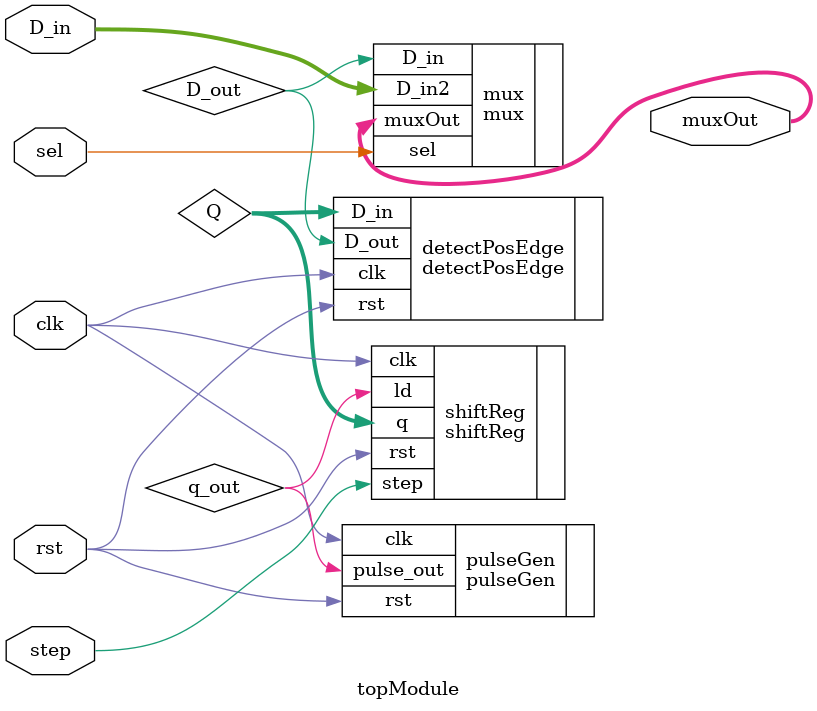
<source format=v>
`timescale 1ns / 1ps

// In submitting this file for class work at CSULB I am confirming  
// that this is my work product.  In the event other code sources are  
// utilized I will document that code identifying the author. In  
// submitting this work I acknowledge that plagiarism in student  
// project work is subject to dismissal from the class
//
//////////////////////////////////////////////////////////////////////////////////
module topModule(clk, rst, step, sel, D_in, muxOut);

	input 				clk, rst, step, sel;
	input    [15:0]   D_in;
	wire		[15:0] 	Q;
	wire		         q_out;
	wire 					D_out;
	output   [15:0]   muxOut;
	

	pulseGen pulseGen(
		.clk(clk), 
		.rst(rst), 
		.pulse_out(q_out)
		);
	
	shiftReg shiftReg(
		.clk(clk),
		.rst(rst),
		.ld(q_out),
		.step(step),
		.q(Q)
		);
		
	detectPosEdge detectPosEdge(
		.clk(clk),
		.rst(rst),
		.D_in(Q),
		.D_out(D_out)
		);
	
	mux mux(
		.D_in(D_out),
		.D_in2(D_in),
		.sel(sel),
		.muxOut(muxOut)
		);
		
	
endmodule
</source>
